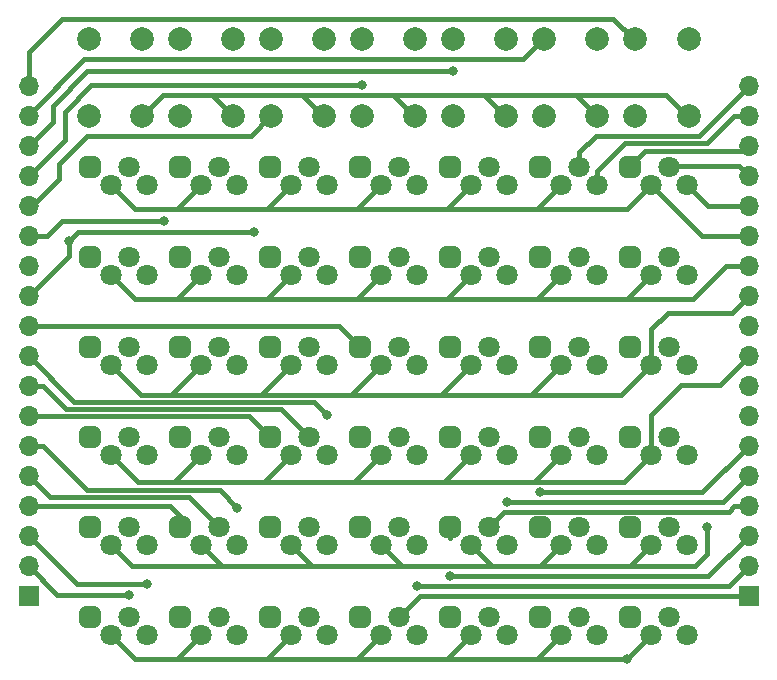
<source format=gbr>
G04 #@! TF.GenerationSoftware,KiCad,Pcbnew,(5.99.0-9618-g5ca7a2c457)*
G04 #@! TF.CreationDate,2021-03-10T22:29:08-05:00*
G04 #@! TF.ProjectId,PCB,5043422e-6b69-4636-9164-5f7063625858,rev?*
G04 #@! TF.SameCoordinates,Original*
G04 #@! TF.FileFunction,Copper,L1,Top*
G04 #@! TF.FilePolarity,Positive*
%FSLAX46Y46*%
G04 Gerber Fmt 4.6, Leading zero omitted, Abs format (unit mm)*
G04 Created by KiCad (PCBNEW (5.99.0-9618-g5ca7a2c457)) date 2021-03-10 22:29:08*
%MOMM*%
%LPD*%
G01*
G04 APERTURE LIST*
G04 Aperture macros list*
%AMRoundRect*
0 Rectangle with rounded corners*
0 $1 Rounding radius*
0 $2 $3 $4 $5 $6 $7 $8 $9 X,Y pos of 4 corners*
0 Add a 4 corners polygon primitive as box body*
4,1,4,$2,$3,$4,$5,$6,$7,$8,$9,$2,$3,0*
0 Add four circle primitives for the rounded corners*
1,1,$1+$1,$2,$3*
1,1,$1+$1,$4,$5*
1,1,$1+$1,$6,$7*
1,1,$1+$1,$8,$9*
0 Add four rect primitives between the rounded corners*
20,1,$1+$1,$2,$3,$4,$5,0*
20,1,$1+$1,$4,$5,$6,$7,0*
20,1,$1+$1,$6,$7,$8,$9,0*
20,1,$1+$1,$8,$9,$2,$3,0*%
G04 Aperture macros list end*
G04 #@! TA.AperFunction,ComponentPad*
%ADD10C,2.000000*%
G04 #@! TD*
G04 #@! TA.AperFunction,ComponentPad*
%ADD11O,1.700000X1.700000*%
G04 #@! TD*
G04 #@! TA.AperFunction,ComponentPad*
%ADD12R,1.700000X1.700000*%
G04 #@! TD*
G04 #@! TA.AperFunction,ComponentPad*
%ADD13RoundRect,0.450000X-0.450000X-0.450000X0.450000X-0.450000X0.450000X0.450000X-0.450000X0.450000X0*%
G04 #@! TD*
G04 #@! TA.AperFunction,ComponentPad*
%ADD14C,1.800000*%
G04 #@! TD*
G04 #@! TA.AperFunction,ViaPad*
%ADD15C,0.812800*%
G04 #@! TD*
G04 #@! TA.AperFunction,Conductor*
%ADD16C,0.381000*%
G04 #@! TD*
G04 APERTURE END LIST*
D10*
X236800000Y-53190000D03*
X241300000Y-53190000D03*
X236800000Y-59690000D03*
X241300000Y-59690000D03*
X229083330Y-53190000D03*
X233583330Y-53190000D03*
X229083330Y-59690000D03*
X233583330Y-59690000D03*
X221366664Y-53190000D03*
X225866664Y-53190000D03*
X221366664Y-59690000D03*
X225866664Y-59690000D03*
X213649998Y-53190000D03*
X218149998Y-53190000D03*
X213649998Y-59690000D03*
X218149998Y-59690000D03*
X205933332Y-53190000D03*
X210433332Y-53190000D03*
X205933332Y-59690000D03*
X210433332Y-59690000D03*
X198216666Y-53190000D03*
X202716666Y-53190000D03*
X198216666Y-59690000D03*
X202716666Y-59690000D03*
X190500000Y-53190000D03*
X195000000Y-53190000D03*
X190500000Y-59690000D03*
X195000000Y-59690000D03*
D11*
X246380000Y-57150000D03*
X246380000Y-59690000D03*
X246380000Y-62230000D03*
X246380000Y-64770000D03*
X246380000Y-67310000D03*
X246380000Y-69850000D03*
X246380000Y-72390000D03*
X246380000Y-74930000D03*
X246380000Y-77470000D03*
X246380000Y-80010000D03*
X246380000Y-82550000D03*
X246380000Y-85090000D03*
X246380000Y-87630000D03*
X246380000Y-90170000D03*
X246380000Y-92710000D03*
X246380000Y-95250000D03*
X246380000Y-97790000D03*
D12*
X246380000Y-100330000D03*
D11*
X185420000Y-57150000D03*
X185420000Y-59690000D03*
X185420000Y-62230000D03*
X185420000Y-64770000D03*
X185420000Y-67310000D03*
X185420000Y-69850000D03*
X185420000Y-72390000D03*
X185420000Y-74930000D03*
X185420000Y-77470000D03*
X185420000Y-80010000D03*
X185420000Y-82550000D03*
X185420000Y-85090000D03*
X185420000Y-87630000D03*
X185420000Y-90170000D03*
X185420000Y-92710000D03*
X185420000Y-95250000D03*
X185420000Y-97790000D03*
D12*
X185420000Y-100330000D03*
D13*
X205867000Y-102108000D03*
D14*
X207645000Y-103632000D03*
X209169000Y-102108000D03*
X210693000Y-103632000D03*
D13*
X236347000Y-102108000D03*
D14*
X238125000Y-103632000D03*
X239649000Y-102108000D03*
X241173000Y-103632000D03*
D13*
X228727000Y-102108000D03*
D14*
X230505000Y-103632000D03*
X232029000Y-102108000D03*
X233553000Y-103632000D03*
D13*
X221107000Y-102108000D03*
D14*
X222885000Y-103632000D03*
X224409000Y-102108000D03*
X225933000Y-103632000D03*
D13*
X213487000Y-102108000D03*
D14*
X215265000Y-103632000D03*
X216789000Y-102108000D03*
X218313000Y-103632000D03*
D13*
X198247000Y-102108000D03*
D14*
X200025000Y-103632000D03*
X201549000Y-102108000D03*
X203073000Y-103632000D03*
D13*
X190627000Y-102108000D03*
D14*
X192405000Y-103632000D03*
X193929000Y-102108000D03*
X195453000Y-103632000D03*
D13*
X236347000Y-94488000D03*
D14*
X238125000Y-96012000D03*
X239649000Y-94488000D03*
X241173000Y-96012000D03*
D13*
X228727000Y-94488000D03*
D14*
X230505000Y-96012000D03*
X232029000Y-94488000D03*
X233553000Y-96012000D03*
D13*
X221107000Y-94488000D03*
D14*
X222885000Y-96012000D03*
X224409000Y-94488000D03*
X225933000Y-96012000D03*
D13*
X213487000Y-94488000D03*
D14*
X215265000Y-96012000D03*
X216789000Y-94488000D03*
X218313000Y-96012000D03*
D13*
X205867000Y-94488000D03*
D14*
X207645000Y-96012000D03*
X209169000Y-94488000D03*
X210693000Y-96012000D03*
D13*
X198247000Y-94488000D03*
D14*
X200025000Y-96012000D03*
X201549000Y-94488000D03*
X203073000Y-96012000D03*
D13*
X190627000Y-94488000D03*
D14*
X192405000Y-96012000D03*
X193929000Y-94488000D03*
X195453000Y-96012000D03*
D13*
X236347000Y-86868000D03*
D14*
X238125000Y-88392000D03*
X239649000Y-86868000D03*
X241173000Y-88392000D03*
D13*
X228727000Y-86868000D03*
D14*
X230505000Y-88392000D03*
X232029000Y-86868000D03*
X233553000Y-88392000D03*
D13*
X221107000Y-86868000D03*
D14*
X222885000Y-88392000D03*
X224409000Y-86868000D03*
X225933000Y-88392000D03*
D13*
X213487000Y-86868000D03*
D14*
X215265000Y-88392000D03*
X216789000Y-86868000D03*
X218313000Y-88392000D03*
D13*
X205867000Y-86868000D03*
D14*
X207645000Y-88392000D03*
X209169000Y-86868000D03*
X210693000Y-88392000D03*
D13*
X198247000Y-86868000D03*
D14*
X200025000Y-88392000D03*
X201549000Y-86868000D03*
X203073000Y-88392000D03*
D13*
X190627000Y-86868000D03*
D14*
X192405000Y-88392000D03*
X193929000Y-86868000D03*
X195453000Y-88392000D03*
D13*
X236347000Y-79248000D03*
D14*
X238125000Y-80772000D03*
X239649000Y-79248000D03*
X241173000Y-80772000D03*
D13*
X228727000Y-79248000D03*
D14*
X230505000Y-80772000D03*
X232029000Y-79248000D03*
X233553000Y-80772000D03*
D13*
X221107000Y-79248000D03*
D14*
X222885000Y-80772000D03*
X224409000Y-79248000D03*
X225933000Y-80772000D03*
D13*
X213487000Y-79248000D03*
D14*
X215265000Y-80772000D03*
X216789000Y-79248000D03*
X218313000Y-80772000D03*
D13*
X205867000Y-79248000D03*
D14*
X207645000Y-80772000D03*
X209169000Y-79248000D03*
X210693000Y-80772000D03*
D13*
X198247000Y-79248000D03*
D14*
X200025000Y-80772000D03*
X201549000Y-79248000D03*
X203073000Y-80772000D03*
D13*
X190627000Y-79248000D03*
D14*
X192405000Y-80772000D03*
X193929000Y-79248000D03*
X195453000Y-80772000D03*
D13*
X236347000Y-71628000D03*
D14*
X238125000Y-73152000D03*
X239649000Y-71628000D03*
X241173000Y-73152000D03*
D13*
X228727000Y-71628000D03*
D14*
X230505000Y-73152000D03*
X232029000Y-71628000D03*
X233553000Y-73152000D03*
D13*
X221107000Y-71628000D03*
D14*
X222885000Y-73152000D03*
X224409000Y-71628000D03*
X225933000Y-73152000D03*
D13*
X213487000Y-71628000D03*
D14*
X215265000Y-73152000D03*
X216789000Y-71628000D03*
X218313000Y-73152000D03*
D13*
X205867000Y-71628000D03*
D14*
X207645000Y-73152000D03*
X209169000Y-71628000D03*
X210693000Y-73152000D03*
D13*
X198247000Y-71628000D03*
D14*
X200025000Y-73152000D03*
X201549000Y-71628000D03*
X203073000Y-73152000D03*
D13*
X190627000Y-71628000D03*
D14*
X192405000Y-73152000D03*
X193929000Y-71628000D03*
X195453000Y-73152000D03*
D13*
X236347000Y-64008000D03*
D14*
X238125000Y-65532000D03*
X239649000Y-64008000D03*
X241173000Y-65532000D03*
D13*
X228727000Y-64008000D03*
D14*
X230505000Y-65532000D03*
X232029000Y-64008000D03*
X233553000Y-65532000D03*
D13*
X221107000Y-64008000D03*
D14*
X222885000Y-65532000D03*
X224409000Y-64008000D03*
X225933000Y-65532000D03*
D13*
X213487000Y-64008000D03*
D14*
X215265000Y-65532000D03*
X216789000Y-64008000D03*
X218313000Y-65532000D03*
D13*
X205867000Y-64008000D03*
D14*
X207645000Y-65532000D03*
X209169000Y-64008000D03*
X210693000Y-65532000D03*
D13*
X198247000Y-64008000D03*
D14*
X200025000Y-65532000D03*
X201549000Y-64008000D03*
X203073000Y-65532000D03*
D13*
X190627000Y-64008000D03*
D14*
X192405000Y-65532000D03*
X193929000Y-64008000D03*
X195453000Y-65532000D03*
D15*
X242824000Y-94488000D03*
X236093000Y-105664000D03*
X221107000Y-98647300D03*
X218313000Y-99441000D03*
X210693000Y-84963000D03*
X203073000Y-92837000D03*
X195453000Y-99345700D03*
X193929000Y-100203000D03*
X228727000Y-91535300D03*
X225933000Y-92329000D03*
X221361000Y-55880000D03*
X213614000Y-57054710D03*
X196850000Y-68580000D03*
X204470000Y-69469000D03*
X188849000Y-70231000D03*
D16*
X246380000Y-87630000D02*
X242474700Y-91535300D01*
X242474700Y-91535300D02*
X228727000Y-91535300D01*
X246380000Y-90170000D02*
X244214589Y-92335411D01*
X244214589Y-92335411D02*
X228342946Y-92335411D01*
X228342946Y-92335411D02*
X228336535Y-92329000D01*
X228336535Y-92329000D02*
X225933000Y-92329000D01*
X221107000Y-98647300D02*
X242982700Y-98647300D01*
X242982700Y-98647300D02*
X246380000Y-95250000D01*
X246380000Y-97790000D02*
X244722589Y-99447411D01*
X218319411Y-99447411D02*
X218313000Y-99441000D01*
X244722589Y-99447411D02*
X218319411Y-99447411D01*
X221361000Y-55880000D02*
X190373000Y-55880000D01*
X190373000Y-55880000D02*
X187452000Y-58801000D01*
X187452000Y-60198000D02*
X185420000Y-62230000D01*
X187452000Y-58801000D02*
X187452000Y-60198000D01*
X192405000Y-65532000D02*
X194437000Y-67564000D01*
X197993000Y-67564000D02*
X200025000Y-65532000D01*
X194437000Y-67564000D02*
X197993000Y-67564000D01*
X205613000Y-67564000D02*
X207645000Y-65532000D01*
X197993000Y-67564000D02*
X205613000Y-67564000D01*
X220853000Y-67564000D02*
X222885000Y-65532000D01*
X228473000Y-67564000D02*
X230505000Y-65532000D01*
X220853000Y-67564000D02*
X228473000Y-67564000D01*
X236093000Y-67564000D02*
X238125000Y-65532000D01*
X228473000Y-67564000D02*
X236093000Y-67564000D01*
X213233000Y-67564000D02*
X215265000Y-65532000D01*
X205613000Y-67564000D02*
X213233000Y-67564000D01*
X213233000Y-67564000D02*
X217424000Y-67564000D01*
X217297000Y-67564000D02*
X217424000Y-67564000D01*
X217424000Y-67564000D02*
X220853000Y-67564000D01*
X242443000Y-69850000D02*
X246380000Y-69850000D01*
X238125000Y-65532000D02*
X242443000Y-69850000D01*
X192405000Y-73152000D02*
X194437000Y-75184000D01*
X197993000Y-75184000D02*
X200025000Y-73152000D01*
X194437000Y-75184000D02*
X197993000Y-75184000D01*
X205613000Y-75184000D02*
X207645000Y-73152000D01*
X197993000Y-75184000D02*
X205613000Y-75184000D01*
X213233000Y-75184000D02*
X215265000Y-73152000D01*
X205613000Y-75184000D02*
X213233000Y-75184000D01*
X220853000Y-75184000D02*
X222885000Y-73152000D01*
X213233000Y-75184000D02*
X220853000Y-75184000D01*
X228473000Y-75184000D02*
X230505000Y-73152000D01*
X220853000Y-75184000D02*
X228473000Y-75184000D01*
X236093000Y-75184000D02*
X238125000Y-73152000D01*
X228473000Y-75184000D02*
X236093000Y-75184000D01*
X244475000Y-72390000D02*
X246380000Y-72390000D01*
X236093000Y-75184000D02*
X241681000Y-75184000D01*
X241681000Y-75184000D02*
X244475000Y-72390000D01*
X192405000Y-80772000D02*
X194945000Y-83312000D01*
X197485000Y-83312000D02*
X200025000Y-80772000D01*
X194945000Y-83312000D02*
X197485000Y-83312000D01*
X205105000Y-83312000D02*
X207645000Y-80772000D01*
X197485000Y-83312000D02*
X205105000Y-83312000D01*
X212725000Y-83312000D02*
X215265000Y-80772000D01*
X205105000Y-83312000D02*
X212725000Y-83312000D01*
X220345000Y-83312000D02*
X222885000Y-80772000D01*
X212725000Y-83312000D02*
X220345000Y-83312000D01*
X227965000Y-83312000D02*
X230505000Y-80772000D01*
X220345000Y-83312000D02*
X227965000Y-83312000D01*
X235585000Y-83312000D02*
X238125000Y-80772000D01*
X227965000Y-83312000D02*
X235585000Y-83312000D01*
X238125000Y-80772000D02*
X238125000Y-77724000D01*
X238125000Y-77724000D02*
X239522000Y-76327000D01*
X244983000Y-76327000D02*
X246380000Y-74930000D01*
X239522000Y-76327000D02*
X244983000Y-76327000D01*
X197739000Y-90678000D02*
X200025000Y-88392000D01*
X192405000Y-88392000D02*
X194691000Y-90678000D01*
X194691000Y-90678000D02*
X197739000Y-90678000D01*
X205359000Y-90678000D02*
X207645000Y-88392000D01*
X197739000Y-90678000D02*
X205359000Y-90678000D01*
X212979000Y-90678000D02*
X215265000Y-88392000D01*
X205359000Y-90678000D02*
X212979000Y-90678000D01*
X212979000Y-90678000D02*
X220599000Y-90678000D01*
X220599000Y-90678000D02*
X222885000Y-88392000D01*
X228219000Y-90678000D02*
X230505000Y-88392000D01*
X220599000Y-90678000D02*
X228219000Y-90678000D01*
X235839000Y-90678000D02*
X238125000Y-88392000D01*
X228219000Y-90678000D02*
X235839000Y-90678000D01*
X240665000Y-82423000D02*
X243967000Y-82423000D01*
X238125000Y-88392000D02*
X238125000Y-84963000D01*
X243967000Y-82423000D02*
X246380000Y-80010000D01*
X238125000Y-84963000D02*
X240665000Y-82423000D01*
X236347000Y-97790000D02*
X238125000Y-96012000D01*
X228727000Y-97790000D02*
X236347000Y-97790000D01*
X228727000Y-97790000D02*
X230505000Y-96012000D01*
X226949000Y-97790000D02*
X228727000Y-97790000D01*
X227711000Y-97790000D02*
X228727000Y-97790000D01*
X194119500Y-97726500D02*
X194183000Y-97790000D01*
X194183000Y-97790000D02*
X194818000Y-97790000D01*
X192405000Y-96012000D02*
X194183000Y-97790000D01*
X201803000Y-97790000D02*
X205232000Y-97790000D01*
X194818000Y-97790000D02*
X205232000Y-97790000D01*
X200025000Y-96012000D02*
X201803000Y-97790000D01*
X209423000Y-97790000D02*
X211582000Y-97790000D01*
X207645000Y-96012000D02*
X209423000Y-97790000D01*
X205232000Y-97790000D02*
X211582000Y-97790000D01*
X217043000Y-97790000D02*
X219456000Y-97790000D01*
X215265000Y-96012000D02*
X217043000Y-97790000D01*
X211582000Y-97790000D02*
X219456000Y-97790000D01*
X224663000Y-97790000D02*
X226695000Y-97790000D01*
X222885000Y-96012000D02*
X224663000Y-97790000D01*
X219456000Y-97790000D02*
X226695000Y-97790000D01*
X226695000Y-97790000D02*
X227711000Y-97790000D01*
X241808000Y-97790000D02*
X236347000Y-97790000D01*
X242824000Y-94488000D02*
X242824000Y-96774000D01*
X242824000Y-96774000D02*
X241808000Y-97790000D01*
X192405000Y-103632000D02*
X194437000Y-105664000D01*
X197993000Y-105664000D02*
X200025000Y-103632000D01*
X194437000Y-105664000D02*
X197993000Y-105664000D01*
X205613000Y-105664000D02*
X207645000Y-103632000D01*
X197993000Y-105664000D02*
X205613000Y-105664000D01*
X213233000Y-105664000D02*
X215265000Y-103632000D01*
X205613000Y-105664000D02*
X213233000Y-105664000D01*
X220853000Y-105664000D02*
X222885000Y-103632000D01*
X213233000Y-105664000D02*
X220853000Y-105664000D01*
X228473000Y-105664000D02*
X230505000Y-103632000D01*
X220853000Y-105664000D02*
X228473000Y-105664000D01*
X236093000Y-105664000D02*
X238125000Y-103632000D01*
X228473000Y-105664000D02*
X236093000Y-105664000D01*
X244693629Y-93194290D02*
X225702710Y-93194290D01*
X246380000Y-92710000D02*
X245177919Y-92710000D01*
X225702710Y-93194290D02*
X224409000Y-94488000D01*
X245177919Y-92710000D02*
X244693629Y-93194290D01*
X221107000Y-95388000D02*
X221107000Y-94488000D01*
X218567000Y-100330000D02*
X216789000Y-102108000D01*
X246380000Y-100330000D02*
X218567000Y-100330000D01*
X211709000Y-77470000D02*
X213487000Y-79248000D01*
X185420000Y-77470000D02*
X211709000Y-77470000D01*
X185420000Y-80010000D02*
X189306210Y-83896210D01*
X209626210Y-83896210D02*
X210693000Y-84963000D01*
X189306210Y-83896210D02*
X209626210Y-83896210D01*
X186622081Y-82550000D02*
X188577871Y-84505790D01*
X185420000Y-82550000D02*
X186622081Y-82550000D01*
X206806790Y-84505790D02*
X209169000Y-86868000D01*
X188577871Y-84505790D02*
X206806790Y-84505790D01*
X204089000Y-85090000D02*
X205867000Y-86868000D01*
X185420000Y-85090000D02*
X204089000Y-85090000D01*
X186622081Y-87630000D02*
X190355871Y-91363790D01*
X185420000Y-87630000D02*
X186622081Y-87630000D01*
X190355871Y-91363790D02*
X201599790Y-91363790D01*
X201599790Y-91363790D02*
X203073000Y-92837000D01*
X185420000Y-90170000D02*
X187198000Y-91948000D01*
X199009000Y-91948000D02*
X201549000Y-94488000D01*
X187198000Y-91948000D02*
X199009000Y-91948000D01*
X198247000Y-93588000D02*
X198247000Y-94488000D01*
X197369000Y-92710000D02*
X198247000Y-93588000D01*
X185420000Y-92710000D02*
X197369000Y-92710000D01*
X185420000Y-95250000D02*
X189515700Y-99345700D01*
X189515700Y-99345700D02*
X195453000Y-99345700D01*
X187833000Y-100203000D02*
X193929000Y-100203000D01*
X185420000Y-97790000D02*
X187833000Y-100203000D01*
X242951000Y-67310000D02*
X241173000Y-65532000D01*
X246380000Y-67310000D02*
X242951000Y-67310000D01*
X239736999Y-63920001D02*
X239649000Y-64008000D01*
X245530001Y-63920001D02*
X239736999Y-63920001D01*
X246380000Y-64770000D02*
X245530001Y-63920001D01*
X245999000Y-62611000D02*
X246380000Y-62230000D01*
X236347000Y-64008000D02*
X236347000Y-63875500D01*
X237611500Y-62611000D02*
X245999000Y-62611000D01*
X236347000Y-63875500D02*
X237611500Y-62611000D01*
X233553000Y-64324104D02*
X233553000Y-65532000D01*
X235901104Y-61976000D02*
X233553000Y-64324104D01*
X242891919Y-61976000D02*
X235901104Y-61976000D01*
X246380000Y-59690000D02*
X245177919Y-59690000D01*
X245177919Y-59690000D02*
X242891919Y-61976000D01*
X233423208Y-61341000D02*
X242189000Y-61341000D01*
X242189000Y-61341000D02*
X246380000Y-57150000D01*
X232029000Y-64008000D02*
X232029000Y-62735208D01*
X232029000Y-62735208D02*
X233423208Y-61341000D01*
X234918000Y-51435000D02*
X236673000Y-53190000D01*
X188214000Y-51435000D02*
X234918000Y-51435000D01*
X185420000Y-54229000D02*
X188214000Y-51435000D01*
X185420000Y-57150000D02*
X185420000Y-54229000D01*
X227303500Y-54864000D02*
X228977500Y-53190000D01*
X190119000Y-54864000D02*
X227303500Y-54864000D01*
X185420000Y-59563000D02*
X190119000Y-54864000D01*
X185420000Y-59690000D02*
X185420000Y-59563000D01*
X188468000Y-59309000D02*
X190722290Y-57054710D01*
X188468000Y-61722000D02*
X188468000Y-59309000D01*
X190722290Y-57054710D02*
X213614000Y-57054710D01*
X185420000Y-64770000D02*
X188468000Y-61722000D01*
X204240000Y-61341000D02*
X205891000Y-59690000D01*
X190373000Y-61341000D02*
X204240000Y-61341000D01*
X187960000Y-63754000D02*
X190373000Y-61341000D01*
X187960000Y-65024000D02*
X187960000Y-63754000D01*
X185674000Y-67310000D02*
X187960000Y-65024000D01*
X185420000Y-67310000D02*
X185674000Y-67310000D01*
X188214000Y-68580000D02*
X196850000Y-68580000D01*
X185420000Y-69850000D02*
X186944000Y-69850000D01*
X186944000Y-69850000D02*
X188214000Y-68580000D01*
X195000000Y-59690000D02*
X196778000Y-57912000D01*
X208613000Y-57912000D02*
X210391000Y-59690000D01*
X239395000Y-57912000D02*
X241173000Y-59690000D01*
X228473000Y-57912000D02*
X239395000Y-57912000D01*
X231775000Y-57912000D02*
X228473000Y-57912000D01*
X233477500Y-59690000D02*
X233477500Y-59614500D01*
X233477500Y-59614500D02*
X231775000Y-57912000D01*
X224004000Y-57912000D02*
X222377000Y-57912000D01*
X225782000Y-59690000D02*
X224004000Y-57912000D01*
X222377000Y-57912000D02*
X228473000Y-57912000D01*
X218086500Y-59690000D02*
X216308500Y-57912000D01*
X208613000Y-57912000D02*
X215265000Y-57912000D01*
X216308500Y-57912000D02*
X215265000Y-57912000D01*
X215265000Y-57912000D02*
X222377000Y-57912000D01*
X202695500Y-59690000D02*
X200917500Y-57912000D01*
X200917500Y-57912000D02*
X198882000Y-57912000D01*
X196778000Y-57912000D02*
X198882000Y-57912000D01*
X198882000Y-57912000D02*
X208613000Y-57912000D01*
X188849000Y-71501000D02*
X188849000Y-70231000D01*
X185420000Y-74930000D02*
X188849000Y-71501000D01*
X189611000Y-69469000D02*
X188849000Y-70231000D01*
X204470000Y-69469000D02*
X189611000Y-69469000D01*
M02*

</source>
